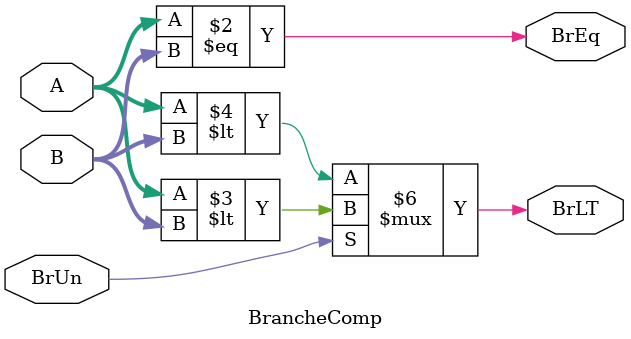
<source format=sv>
`timescale 1ns / 1ps


module BrancheComp(
    input logic [31:0] A,
    input logic [31:0] B,
    input logic BrUn,
    output logic BrEq,
    output logic BrLT
);

    always_comb begin
        // BrEq is true if A equals B
        BrEq = (A == B);

        // BrLt is true if A is less than B
        if (BrUn) begin
            // Unsigned comparison
            BrLT = (A < B);
        end else begin
            // Signed comparison
            BrLT = ($signed(A) < $signed(B));
        end
    end

endmodule
</source>
